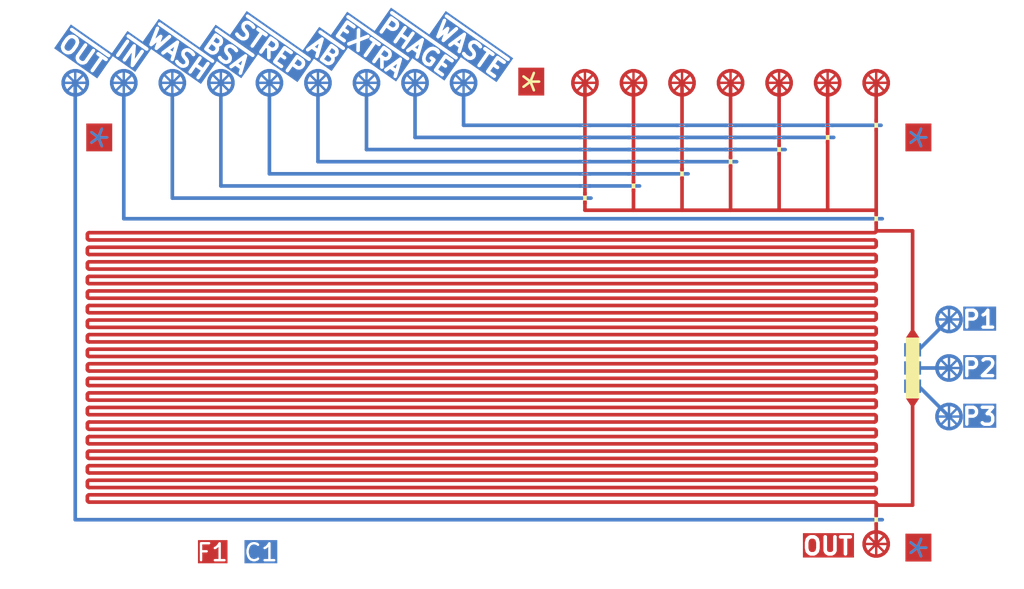
<source format=kicad_pcb>
(kicad_pcb (version 20240108) (generator "pcbnew") (generator_version "8.0")
  (layers (0 "F.Cu" signal "Flow.Neg") (1 "In1.Cu" signal "Flow.Unused") (2 "In2.Cu" signal "Ctrl.Pos") (31 "B.Cu" signal "Ctrl.Neg") (36 "B.SilkS" user "B.Silkscreen") (37 "F.SilkS" user "Flow.Pos") (38 "B.Mask" user) (39 "F.Mask" user) (44 "Edge.Cuts" user))
  (net 0 "")
  (footprint "Custom:Microfluidics_ControlBypass_150um" (layer "F.Cu") (at 24.175 5.15)
    (property "Reference" "REF**" (hide yes))
    (property "Value" "Microfluidics_ControlBypass_150um" (hide yes))
    (pad "" smd rect (at 0 -0.05) (size 0.2 0.05) (layers "B.Cu"))
    (pad "" smd rect (at 0 0.05) (size 0.2 0.05) (layers "B.Cu"))
    (pad "1" smd rect (at -0.175 0) (size 0.15 0.15) (layers "B.Cu"))
    (pad "2" smd rect (at 0.175 0) (size 0.15 0.15) (layers "B.Cu"))
  )
  (footprint "" (layer "F.Cu") (at 3.175 3.4)
    (property "Reference" "" (at 0 0 0) (layer "F.SilkS") (effects (font (size 1.27 1.27))))
    (property "Value" "")
    (pad "1" smd custom (at 0 0 180) (size 0.1 0.1) (layers "B.Cu") (thermal_bridge_width 0.2) (options (clearance outline) (anchor circle)) (primitives (gr_line (start 0.3 -0.3) (end -0.3 0.3) (width 0.1)) (gr_line (start 0.3 0.3) (end -0.3 -0.3) (width 0.1)) (gr_line (start 0 -0.5) (end 0 0.5) (width 0.1)) (gr_line (start 0.5 0) (end -0.5 0) (width 0.1)) (gr_circle (center 0 0) (end 0.5 0) (width 0.15) (fill no))))
  )
  (footprint "custom-footprints:MicrofluidicsPort_1mm" (layer "F.Cu") (at 26.175 3.4)
    (property "Reference" "H13" (hide yes))
    (property "Value" "IN2" (hide yes))
    (pad "1" smd custom (at 0 0) (size 0.1 0.1) (layers "F.Cu") (thermal_bridge_width 0.2) (options (clearance outline) (anchor circle)) (primitives (gr_line (start -0.3 -0.3) (end 0.3 0.3) (width 0.1)) (gr_line (start -0.3 0.3) (end 0.3 -0.3) (width 0.1)) (gr_line (start 0 -0.5) (end 0 0.5) (width 0.1)) (gr_line (start -0.5 0) (end 0.5 0) (width 0.1)) (gr_circle (center 0 0) (end 0.5 0) (width 0.15) (fill no))))
  )
  (footprint "Custom:Microfluidics_ControlBypass_150um" (layer "F.Cu") (at 24.175 7.65)
    (property "Reference" "REF**" (hide yes))
    (property "Value" "")
    (pad "" smd rect (at 0 -0.05) (size 0.2 0.05) (layers "B.Cu"))
    (pad "" smd rect (at 0 0.05) (size 0.2 0.05) (layers "B.Cu"))
    (pad "1" smd rect (at -0.175 0) (size 0.15 0.15) (layers "B.Cu"))
    (pad "2" smd rect (at 0.175 0) (size 0.15 0.15) (layers "B.Cu"))
  )
  (footprint "Custom:Microfluidic_Pump_550um_150um" (layer "F.Cu") (at 37.675 15.15)
    (property "Reference" "REF**" (hide yes))
    (property "Value" "Microfluidic_Pump_550um_150um" (hide yes))
    (pad "" smd rect (at 0 0) (size 0.55 2.5) (layers "F.SilkS"))
    (pad "1" smd rect (at 0 -0.75) (size 0.7 0.55) (layers "B.Cu"))
    (pad "2" smd rect (at 0 0) (size 0.7 0.55) (layers "B.Cu"))
    (pad "3" smd rect (at 0 0.75) (size 0.7 0.55) (layers "B.Cu"))
    (pad "4" smd trapezoid (at 0 -1.4) (size 0.35 0.3) (rect_delta 0 0.2) (layers "F.Cu"))
    (pad "5" smd trapezoid (at 0 1.4 180) (size 0.35 0.3) (rect_delta 0 0.2) (layers "F.Cu"))
  )
  (footprint "Custom:Microfluidics_FlowValve_150um" (layer "F.Cu") (at 28.175 7.15)
    (property "Reference" "REF**" (hide yes))
    (property "Value" "Microfluidics_FlowValve_150um" (hide yes))
    (pad "" smd rect (at 0 0) (size 0.15 0.2) (layers "F.SilkS"))
    (pad "1" smd rect (at 0 -0.175) (size 0.15 0.15) (layers "F.Cu" "F.Paste" "F.Mask"))
    (pad "2" smd rect (at 0 0.175) (size 0.15 0.15) (layers "F.Cu" "F.Paste" "F.Mask"))
  )
  (footprint "Custom:Microfluidics_FlowValve_150um" (layer "F.Cu") (at 36.175 21.4)
    (property "Reference" "REF**" (hide yes))
    (property "Value" "Microfluidics_FlowValve_150um" (hide yes))
    (pad "" smd rect (at 0 0) (size 0.15 0.2) (layers "F.SilkS"))
    (pad "1" smd rect (at 0 -0.175) (size 0.15 0.15) (layers "F.Cu" "F.Paste" "F.Mask"))
    (pad "2" smd rect (at 0 0.175) (size 0.15 0.15) (layers "F.Cu" "F.Paste" "F.Mask"))
  )
  (footprint "Custom:Microfluidics_ControlBypass_150um" (layer "F.Cu") (at 30.175 5.65)
    (property "Reference" "REF**" (hide yes))
    (property "Value" "")
    (pad "" smd rect (at 0 -0.05) (size 0.2 0.05) (layers "B.Cu"))
    (pad "" smd rect (at 0 0.05) (size 0.2 0.05) (layers "B.Cu"))
    (pad "1" smd rect (at -0.175 0) (size 0.15 0.15) (layers "B.Cu"))
    (pad "2" smd rect (at 0.175 0) (size 0.15 0.15) (layers "B.Cu"))
  )
  (footprint "Custom:Microfluidics_ControlBypass_150um" (layer "F.Cu") (at 24.175 6.65)
    (property "Reference" "REF**" (hide yes))
    (property "Value" "")
    (pad "" smd rect (at 0 -0.05) (size 0.2 0.05) (layers "B.Cu"))
    (pad "" smd rect (at 0 0.05) (size 0.2 0.05) (layers "B.Cu"))
    (pad "1" smd rect (at -0.175 0) (size 0.15 0.15) (layers "B.Cu"))
    (pad "2" smd rect (at 0.175 0) (size 0.15 0.15) (layers "B.Cu"))
  )
  (footprint "Custom:Microfluidics_ControlBypass_150um" (layer "F.Cu") (at 28.175 6.15)
    (property "Reference" "REF**" (hide yes))
    (property "Value" "")
    (pad "" smd rect (at 0 -0.05) (size 0.2 0.05) (layers "B.Cu"))
    (pad "" smd rect (at 0 0.05) (size 0.2 0.05) (layers "B.Cu"))
    (pad "1" smd rect (at -0.175 0) (size 0.15 0.15) (layers "B.Cu"))
    (pad "2" smd rect (at 0.175 0) (size 0.15 0.15) (layers "B.Cu"))
  )
  (footprint "Custom:Microfluidics_ControlBypass_150um" (layer "F.Cu") (at 24.175 5.65)
    (property "Reference" "REF**" (hide yes))
    (property "Value" "")
    (pad "" smd rect (at 0 -0.05) (size 0.2 0.05) (layers "B.Cu"))
    (pad "" smd rect (at 0 0.05) (size 0.2 0.05) (layers "B.Cu"))
    (pad "1" smd rect (at -0.175 0) (size 0.15 0.15) (layers "B.Cu"))
    (pad "2" smd rect (at 0.175 0) (size 0.15 0.15) (layers "B.Cu"))
  )
  (footprint "Custom:Microfluidics_ControlBypass_150um" (layer "F.Cu") (at 24.175 6.15)
    (property "Reference" "REF**" (hide yes))
    (property "Value" "")
    (pad "" smd rect (at 0 -0.05) (size 0.2 0.05) (layers "B.Cu"))
    (pad "" smd rect (at 0 0.05) (size 0.2 0.05) (layers "B.Cu"))
    (pad "1" smd rect (at -0.175 0) (size 0.15 0.15) (layers "B.Cu"))
    (pad "2" smd rect (at 0.175 0) (size 0.15 0.15) (layers "B.Cu"))
  )
  (footprint "Custom:Microfluidics_ControlBypass_150um" (layer "F.Cu") (at 32.175 5.15)
    (property "Reference" "REF**" (hide yes))
    (property "Value" "Microfluidics_ControlBypass_150um" (hide yes))
    (pad "" smd rect (at 0 -0.05) (size 0.2 0.05) (layers "B.Cu"))
    (pad "" smd rect (at 0 0.05) (size 0.2 0.05) (layers "B.Cu"))
    (pad "1" smd rect (at -0.175 0) (size 0.15 0.15) (layers "B.Cu"))
    (pad "2" smd rect (at 0.175 0) (size 0.15 0.15) (layers "B.Cu"))
  )
  (footprint "Custom:Microfluidics_ControlBypass_150um" (layer "F.Cu") (at 26.175 5.15)
    (property "Reference" "REF**" (hide yes))
    (property "Value" "Microfluidics_ControlBypass_150um" (hide yes))
    (pad "" smd rect (at 0 -0.05) (size 0.2 0.05) (layers "B.Cu"))
    (pad "" smd rect (at 0 0.05) (size 0.2 0.05) (layers "B.Cu"))
    (pad "1" smd rect (at -0.175 0) (size 0.15 0.15) (layers "B.Cu"))
    (pad "2" smd rect (at 0.175 0) (size 0.15 0.15) (layers "B.Cu"))
  )
  (footprint "Custom:Microfluidics_ControlBypass_150um" (layer "F.Cu") (at 32.175 5.65)
    (property "Reference" "REF**" (hide yes))
    (property "Value" "")
    (pad "" smd rect (at 0 -0.05) (size 0.2 0.05) (layers "B.Cu"))
    (pad "" smd rect (at 0 0.05) (size 0.2 0.05) (layers "B.Cu"))
    (pad "1" smd rect (at -0.175 0) (size 0.15 0.15) (layers "B.Cu"))
    (pad "2" smd rect (at 0.175 0) (size 0.15 0.15) (layers "B.Cu"))
  )
  (footprint "custom-footprints:MicrofluidicsPort_1mm" (layer "F.Cu") (at 36.175 3.4)
    (property "Reference" "H9" (hide yes))
    (property "Value" "WASTE" (hide yes))
    (pad "1" smd custom (at 0 0) (size 0.1 0.1) (layers "F.Cu") (thermal_bridge_width 0.2) (options (clearance outline) (anchor circle)) (primitives (gr_line (start -0.3 -0.3) (end 0.3 0.3) (width 0.1)) (gr_line (start -0.3 0.3) (end 0.3 -0.3) (width 0.1)) (gr_line (start 0 -0.5) (end 0 0.5) (width 0.1)) (gr_line (start -0.5 0) (end 0.5 0) (width 0.1)) (gr_circle (center 0 0) (end 0.5 0) (width 0.15) (fill no))))
  )
  (footprint "Custom:Microfluidics_ControlBypass_150um" (layer "F.Cu") (at 26.175 6.65)
    (property "Reference" "REF**" (hide yes))
    (property "Value" "")
    (pad "" smd rect (at 0 -0.05) (size 0.2 0.05) (layers "B.Cu"))
    (pad "" smd rect (at 0 0.05) (size 0.2 0.05) (layers "B.Cu"))
    (pad "1" smd rect (at -0.175 0) (size 0.15 0.15) (layers "B.Cu"))
    (pad "2" smd rect (at 0.175 0) (size 0.15 0.15) (layers "B.Cu"))
  )
  (footprint "custom-footprints:MicrofluidicsPort_1mm" (layer "F.Cu") (at 36.175 22.4 180)
    (property "Reference" "H15" (hide yes))
    (property "Value" "OUT" (hide yes))
    (pad "1" smd custom (at 0 0 180) (size 0.1 0.1) (layers "F.Cu") (thermal_bridge_width 0.2) (options (clearance outline) (anchor circle)) (primitives (gr_line (start -0.3 -0.3) (end 0.3 0.3) (width 0.1)) (gr_line (start -0.3 0.3) (end 0.3 -0.3) (width 0.1)) (gr_line (start 0 -0.5) (end 0 0.5) (width 0.1)) (gr_line (start -0.5 0) (end 0.5 0) (width 0.1)) (gr_circle (center 0 0) (end 0.5 0) (width 0.15) (fill no))))
  )
  (footprint "custom-footprints:MicrofluidicsPort_1mm" (layer "F.Cu") (at 30.175 3.4)
    (property "Reference" "H12" (hide yes))
    (property "Value" "AB" (hide yes))
    (pad "1" smd custom (at 0 0) (size 0.1 0.1) (layers "F.Cu") (thermal_bridge_width 0.2) (options (clearance outline) (anchor circle)) (primitives (gr_line (start -0.3 -0.3) (end 0.3 0.3) (width 0.1)) (gr_line (start -0.3 0.3) (end 0.3 -0.3) (width 0.1)) (gr_line (start 0 -0.5) (end 0 0.5) (width 0.1)) (gr_line (start -0.5 0) (end 0.5 0) (width 0.1)) (gr_circle (center 0 0) (end 0.5 0) (width 0.15) (fill no))))
  )
  (footprint "Custom:Microfluidics_ControlBypass_150um" (layer "F.Cu") (at 28.175 5.65)
    (property "Reference" "REF**" (hide yes))
    (property "Value" "")
    (pad "" smd rect (at 0 -0.05) (size 0.2 0.05) (layers "B.Cu"))
    (pad "" smd rect (at 0 0.05) (size 0.2 0.05) (layers "B.Cu"))
    (pad "1" smd rect (at -0.175 0) (size 0.15 0.15) (layers "B.Cu"))
    (pad "2" smd rect (at 0.175 0) (size 0.15 0.15) (layers "B.Cu"))
  )
  (footprint "Custom:Microfluidics_FlowValve_150um" (layer "F.Cu") (at 24.175 8.15)
    (property "Reference" "REF**" (hide yes))
    (property "Value" "Microfluidics_FlowValve_150um" (hide yes))
    (pad "" smd rect (at 0 0) (size 0.15 0.2) (layers "F.SilkS"))
    (pad "1" smd rect (at 0 -0.175) (size 0.15 0.15) (layers "F.Cu" "F.Paste" "F.Mask"))
    (pad "2" smd rect (at 0 0.175) (size 0.15 0.15) (layers "F.Cu" "F.Paste" "F.Mask"))
  )
  (footprint "Custom:Microfluidics_FlowValve_150um" (layer "F.Cu") (at 34.175 5.65)
    (property "Reference" "REF**" (hide yes))
    (property "Value" "Microfluidics_FlowValve_150um" (hide yes))
    (pad "" smd rect (at 0 0) (size 0.15 0.2) (layers "F.SilkS"))
    (pad "1" smd rect (at 0 -0.175) (size 0.15 0.15) (layers "F.Cu" "F.Paste" "F.Mask"))
    (pad "2" smd rect (at 0 0.175) (size 0.15 0.15) (layers "F.Cu" "F.Paste" "F.Mask"))
  )
  (footprint "Custom:Microfluidics_ControlBypass_150um" (layer "F.Cu") (at 26.175 7.15)
    (property "Reference" "REF**" (hide yes))
    (property "Value" "")
    (pad "" smd rect (at 0 -0.05) (size 0.2 0.05) (layers "B.Cu"))
    (pad "" smd rect (at 0 0.05) (size 0.2 0.05) (layers "B.Cu"))
    (pad "1" smd rect (at -0.175 0) (size 0.15 0.15) (layers "B.Cu"))
    (pad "2" smd rect (at 0.175 0) (size 0.15 0.15) (layers "B.Cu"))
  )
  (footprint "Custom:Microfluidics_FlowValve_150um" (layer "F.Cu") (at 36.175 5.15)
    (property "Reference" "REF**" (hide yes))
    (property "Value" "Microfluidics_FlowValve_150um" (hide yes))
    (pad "" smd rect (at 0 0) (size 0.15 0.2) (layers "F.SilkS"))
    (pad "1" smd rect (at 0 -0.175) (size 0.15 0.15) (layers "F.Cu" "F.Paste" "F.Mask"))
    (pad "2" smd rect (at 0 0.175) (size 0.15 0.15) (layers "F.Cu" "F.Paste" "F.Mask"))
  )
  (footprint "Custom:Microfluidics_ControlBypass_150um" (layer "F.Cu") (at 30.175 5.15)
    (property "Reference" "REF**" (hide yes))
    (property "Value" "Microfluidics_ControlBypass_150um" (hide yes))
    (pad "" smd rect (at 0 -0.05) (size 0.2 0.05) (layers "B.Cu"))
    (pad "" smd rect (at 0 0.05) (size 0.2 0.05) (layers "B.Cu"))
    (pad "1" smd rect (at -0.175 0) (size 0.15 0.15) (layers "B.Cu"))
    (pad "2" smd rect (at 0.175 0) (size 0.15 0.15) (layers "B.Cu"))
  )
  (footprint "custom-footprints:MicrofluidicsPort_1mm" (layer "F.Cu") (at 24.175 3.4)
    (property "Reference" "H16" (hide yes))
    (property "Value" "WASH" (hide yes))
    (pad "1" smd custom (at 0 0) (size 0.1 0.1) (layers "F.Cu") (thermal_bridge_width 0.2) (options (clearance outline) (anchor circle)) (primitives (gr_line (start -0.3 -0.3) (end 0.3 0.3) (width 0.1)) (gr_line (start -0.3 0.3) (end 0.3 -0.3) (width 0.1)) (gr_line (start 0 -0.5) (end 0 0.5) (width 0.1)) (gr_line (start -0.5 0) (end 0.5 0) (width 0.1)) (gr_circle (center 0 0) (end 0.5 0) (width 0.15) (fill no))))
  )
  (footprint "Custom:Microfluidics_ControlBypass_150um" (layer "F.Cu") (at 30.175 6.15)
    (property "Reference" "REF**" (hide yes))
    (property "Value" "")
    (pad "" smd rect (at 0 -0.05) (size 0.2 0.05) (layers "B.Cu"))
    (pad "" smd rect (at 0 0.05) (size 0.2 0.05) (layers "B.Cu"))
    (pad "1" smd rect (at -0.175 0) (size 0.15 0.15) (layers "B.Cu"))
    (pad "2" smd rect (at 0.175 0) (size 0.15 0.15) (layers "B.Cu"))
  )
  (footprint "Custom:Microfluidics_FlowValve_150um" (layer "F.Cu") (at 36.175 9)
    (property "Reference" "REF**" (hide yes))
    (property "Value" "Microfluidics_FlowValve_150um" (hide yes))
    (pad "" smd rect (at 0 0) (size 0.15 0.2) (layers "F.SilkS"))
    (pad "1" smd rect (at 0 -0.175) (size 0.15 0.15) (layers "F.Cu" "F.Paste" "F.Mask"))
    (pad "2" smd rect (at 0 0.175) (size 0.15 0.15) (layers "F.Cu" "F.Paste" "F.Mask"))
  )
  (footprint "Custom:Microfluidics_FlowValve_150um" (layer "F.Cu") (at 32.175 6.15)
    (property "Reference" "REF**" (hide yes))
    (property "Value" "Microfluidics_FlowValve_150um" (hide yes))
    (pad "" smd rect (at 0 0) (size 0.15 0.2) (layers "F.SilkS"))
    (pad "1" smd rect (at 0 -0.175) (size 0.15 0.15) (layers "F.Cu" "F.Paste" "F.Mask"))
    (pad "2" smd rect (at 0 0.175) (size 0.15 0.15) (layers "F.Cu" "F.Paste" "F.Mask"))
  )
  (footprint "Custom:Microfluidics_ControlBypass_150um" (layer "F.Cu") (at 28.175 6.65)
    (property "Reference" "REF**" (hide yes))
    (property "Value" "")
    (pad "" smd rect (at 0 -0.05) (size 0.2 0.05) (layers "B.Cu"))
    (pad "" smd rect (at 0 0.05) (size 0.2 0.05) (layers "B.Cu"))
    (pad "1" smd rect (at -0.175 0) (size 0.15 0.15) (layers "B.Cu"))
    (pad "2" smd rect (at 0.175 0) (size 0.15 0.15) (layers "B.Cu"))
  )
  (footprint "Custom:Microfluidics_ControlBypass_150um" (layer "F.Cu") (at 34.175 5.15)
    (property "Reference" "REF**" (hide yes))
    (property "Value" "Microfluidics_ControlBypass_150um" (hide yes))
    (pad "" smd rect (at 0 -0.05) (size 0.2 0.05) (layers "B.Cu"))
    (pad "" smd rect (at 0 0.05) (size 0.2 0.05) (layers "B.Cu"))
    (pad "1" smd rect (at -0.175 0) (size 0.15 0.15) (layers "B.Cu"))
    (pad "2" smd rect (at 0.175 0) (size 0.15 0.15) (layers "B.Cu"))
  )
  (footprint "custom-footprints:MicrofluidicsPort_1mm" (layer "F.Cu") (at 34.175 3.4)
    (property "Reference" "H10" (hide yes))
    (property "Value" "BSA" (hide yes))
    (pad "1" smd custom (at 0 0) (size 0.1 0.1) (layers "F.Cu") (thermal_bridge_width 0.2) (options (clearance outline) (anchor circle)) (primitives (gr_line (start -0.3 -0.3) (end 0.3 0.3) (width 0.1)) (gr_line (start -0.3 0.3) (end 0.3 -0.3) (width 0.1)) (gr_line (start 0 -0.5) (end 0 0.5) (width 0.1)) (gr_line (start -0.5 0) (end 0.5 0) (width 0.1)) (gr_circle (center 0 0) (end 0.5 0) (width 0.15) (fill no))))
  )
  (footprint "Custom:Microfluidics_ControlBypass_150um" (layer "F.Cu") (at 26.175 6.15)
    (property "Reference" "REF**" (hide yes))
    (property "Value" "")
    (pad "" smd rect (at 0 -0.05) (size 0.2 0.05) (layers "B.Cu"))
    (pad "" smd rect (at 0 0.05) (size 0.2 0.05) (layers "B.Cu"))
    (pad "1" smd rect (at -0.175 0) (size 0.15 0.15) (layers "B.Cu"))
    (pad "2" smd rect (at 0.175 0) (size 0.15 0.15) (layers "B.Cu"))
  )
  (footprint "custom-footprints:MicrofluidicsPort_1mm" (layer "F.Cu") (at 28.175 3.4)
    (property "Reference" "H14" (hide yes))
    (property "Value" "IN1" (hide yes))
    (pad "1" smd custom (at 0 0) (size 0.1 0.1) (layers "F.Cu") (thermal_bridge_width 0.2) (options (clearance outline) (anchor circle)) (primitives (gr_line (start -0.3 -0.3) (end 0.3 0.3) (width 0.1)) (gr_line (start -0.3 0.3) (end 0.3 -0.3) (width 0.1)) (gr_line (start 0 -0.5) (end 0 0.5) (width 0.1)) (gr_line (start -0.5 0) (end 0.5 0) (width 0.1)) (gr_circle (center 0 0) (end 0.5 0) (width 0.15) (fill no))))
  )
  (footprint "Custom:Microfluidics_FlowValve_150um" (layer "F.Cu") (at 26.175 7.65)
    (property "Reference" "REF**" (hide yes))
    (property "Value" "Microfluidics_FlowValve_150um" (hide yes))
    (pad "" smd rect (at 0 0) (size 0.15 0.2) (layers "F.SilkS"))
    (pad "1" smd rect (at 0 -0.175) (size 0.15 0.15) (layers "F.Cu" "F.Paste" "F.Mask"))
    (pad "2" smd rect (at 0 0.175) (size 0.15 0.15) (layers "F.Cu" "F.Paste" "F.Mask"))
  )
  (footprint "Custom:Microfluidics_FlowValve_150um" (layer "F.Cu") (at 30.175 6.65)
    (property "Reference" "REF**" (hide yes))
    (property "Value" "Microfluidics_FlowValve_150um" (hide yes))
    (pad "" smd rect (at 0 0) (size 0.15 0.2) (layers "F.SilkS"))
    (pad "1" smd rect (at 0 -0.175) (size 0.15 0.15) (layers "F.Cu" "F.Paste" "F.Mask"))
    (pad "2" smd rect (at 0 0.175) (size 0.15 0.15) (layers "F.Cu" "F.Paste" "F.Mask"))
  )
  (footprint "Custom:Microfluidics_ControlBypass_150um" (layer "F.Cu") (at 24.175 7.15)
    (property "Reference" "REF**" (hide yes))
    (property "Value" "")
    (pad "" smd rect (at 0 -0.05) (size 0.2 0.05) (layers "B.Cu"))
    (pad "" smd rect (at 0 0.05) (size 0.2 0.05) (layers "B.Cu"))
    (pad "1" smd rect (at -0.175 0) (size 0.15 0.15) (layers "B.Cu"))
    (pad "2" smd rect (at 0.175 0) (size 0.15 0.15) (layers "B.Cu"))
  )
  (footprint "Custom:Microfluidics_ControlBypass_150um" (layer "F.Cu") (at 26.175 5.65)
    (property "Reference" "REF**" (hide yes))
    (property "Value" "")
    (pad "" smd rect (at 0 -0.05) (size 0.2 0.05) (layers "B.Cu"))
    (pad "" smd rect (at 0 0.05) (size 0.2 0.05) (layers "B.Cu"))
    (pad "1" smd rect (at -0.175 0) (size 0.15 0.15) (layers "B.Cu"))
    (pad "2" smd rect (at 0.175 0) (size 0.15 0.15) (layers "B.Cu"))
  )
  (footprint "Custom:Microfluidics_ControlBypass_150um" (layer "F.Cu") (at 28.175 5.15)
    (property "Reference" "REF**" (hide yes))
    (property "Value" "Microfluidics_ControlBypass_150um" (hide yes))
    (pad "" smd rect (at 0 -0.05) (size 0.2 0.05) (layers "B.Cu"))
    (pad "" smd rect (at 0 0.05) (size 0.2 0.05) (layers "B.Cu"))
    (pad "1" smd rect (at -0.175 0) (size 0.15 0.15) (layers "B.Cu"))
    (pad "2" smd rect (at 0.175 0) (size 0.15 0.15) (layers "B.Cu"))
  )
  (footprint "custom-footprints:MicrofluidicsPort_1mm" (layer "F.Cu") (at 32.175 3.4)
    (property "Reference" "H11" (hide yes))
    (property "Value" "STREP" (hide yes))
    (pad "1" smd custom (at 0 0) (size 0.1 0.1) (layers "F.Cu") (thermal_bridge_width 0.2) (options (clearance outline) (anchor circle)) (primitives (gr_line (start -0.3 -0.3) (end 0.3 0.3) (width 0.1)) (gr_line (start -0.3 0.3) (end 0.3 -0.3) (width 0.1)) (gr_line (start 0 -0.5) (end 0 0.5) (width 0.1)) (gr_line (start -0.5 0) (end 0.5 0) (width 0.1)) (gr_circle (center 0 0) (end 0.5 0) (width 0.15) (fill no))))
  )
  (footprint "custom-footprints:MicrofluidicsPort_1mm" (layer "B.Cu") (at 7.175 3.4 180)
    (property "Reference" "H2" (hide yes))
    (property "Value" "~{WASH}" (hide yes))
    (pad "1" smd custom (at 0 0 180) (size 0.1 0.1) (layers "B.Cu") (thermal_bridge_width 0.2) (options (clearance outline) (anchor circle)) (primitives (gr_line (start 0.3 -0.3) (end -0.3 0.3) (width 0.1)) (gr_line (start 0.3 0.3) (end -0.3 -0.3) (width 0.1)) (gr_line (start 0 -0.5) (end 0 0.5) (width 0.1)) (gr_line (start 0.5 0) (end -0.5 0) (width 0.1)) (gr_circle (center 0 0) (end 0.5 0) (width 0.15) (fill no))))
  )
  (footprint "custom-footprints:MicrofluidicsPort_1mm" (layer "B.Cu") (at 15.175 3.4 180)
    (property "Reference" "H6" (hide yes))
    (property "Value" "~{STREP}" (hide yes))
    (pad "1" smd custom (at 0 0 180) (size 0.1 0.1) (layers "B.Cu") (thermal_bridge_width 0.2) (options (clearance outline) (anchor circle)) (primitives (gr_line (start 0.3 -0.3) (end -0.3 0.3) (width 0.1)) (gr_line (start 0.3 0.3) (end -0.3 -0.3) (width 0.1)) (gr_line (start 0 -0.5) (end 0 0.5) (width 0.1)) (gr_line (start 0.5 0) (end -0.5 0) (width 0.1)) (gr_circle (center 0 0) (end 0.5 0) (width 0.15) (fill no))))
  )
  (footprint "Custom:MicrofluidicsPort_1mm" (layer "B.Cu") (at 39.175 13.15 180)
    (property "Reference" "REF**" (hide yes))
    (property "Value" "P1" (at -1.25 0 0) (layer "B.Cu" knockout) (effects (font (size 0.7 0.7) (thickness 0.14) (bold yes))))
    (pad "1" smd custom (at 0 0 180) (size 0.1 0.1) (layers "B.Cu") (thermal_bridge_width 0.2) (options (clearance outline) (anchor circle)) (primitives (gr_line (start 0.3 -0.3) (end -0.3 0.3) (width 0.1)) (gr_line (start 0.3 0.3) (end -0.3 -0.3) (width 0.1)) (gr_line (start 0 -0.5) (end 0 0.5) (width 0.1)) (gr_line (start 0.5 0) (end -0.5 0) (width 0.1)) (gr_circle (center 0 0) (end 0.5 0) (width 0.15) (fill no))))
  )
  (footprint "custom-footprints:MicrofluidicsPort_1mm" (layer "B.Cu") (at 5.175 3.4 180)
    (property "Reference" "H3" (hide yes))
    (property "Value" "~{OUT}" (hide yes))
    (pad "1" smd custom (at 0 0 180) (size 0.1 0.1) (layers "B.Cu") (thermal_bridge_width 0.2) (options (clearance outline) (anchor circle)) (primitives (gr_line (start 0.3 -0.3) (end -0.3 0.3) (width 0.1)) (gr_line (start 0.3 0.3) (end -0.3 -0.3) (width 0.1)) (gr_line (start 0 -0.5) (end 0 0.5) (width 0.1)) (gr_line (start 0.5 0) (end -0.5 0) (width 0.1)) (gr_circle (center 0 0) (end 0.5 0) (width 0.15) (fill no))))
  )
  (footprint "Custom:MicrofluidicsPort_1mm" (layer "B.Cu") (at 39.175 17.15 180)
    (property "Reference" "REF**" (hide yes))
    (property "Value" "P3" (at -1.25 0 0) (layer "B.Cu" knockout) (effects (font (size 0.7 0.7) (thickness 0.14) (bold yes))))
    (pad "1" smd custom (at 0 0 180) (size 0.1 0.1) (layers "B.Cu") (thermal_bridge_width 0.2) (options (clearance outline) (anchor circle)) (primitives (gr_line (start 0.3 -0.3) (end -0.3 0.3) (width 0.1)) (gr_line (start 0.3 0.3) (end -0.3 -0.3) (width 0.1)) (gr_line (start 0 -0.5) (end 0 0.5) (width 0.1)) (gr_line (start 0.5 0) (end -0.5 0) (width 0.1)) (gr_circle (center 0 0) (end 0.5 0) (width 0.15) (fill no))))
  )
  (footprint "custom-footprints:MicrofluidicsPort_1mm" (layer "B.Cu") (at 11.175 3.4 180)
    (property "Reference" "H8" (hide yes))
    (property "Value" "~{PHAGE}" (hide yes))
    (pad "1" smd custom (at 0 0 180) (size 0.1 0.1) (layers "B.Cu") (thermal_bridge_width 0.2) (options (clearance outline) (anchor circle)) (primitives (gr_line (start 0.3 -0.3) (end -0.3 0.3) (width 0.1)) (gr_line (start 0.3 0.3) (end -0.3 -0.3) (width 0.1)) (gr_line (start 0 -0.5) (end 0 0.5) (width 0.1)) (gr_line (start 0.5 0) (end -0.5 0) (width 0.1)) (gr_circle (center 0 0) (end 0.5 0) (width 0.15) (fill no))))
  )
  (footprint "custom-footprints:MicrofluidicsPort_1mm" (layer "B.Cu") (at 13.175 3.4 180)
    (property "Reference" "H7" (hide yes))
    (property "Value" "~{AB}" (hide yes))
    (pad "1" smd custom (at 0 0 180) (size 0.1 0.1) (layers "B.Cu") (thermal_bridge_width 0.2) (options (clearance outline) (anchor circle)) (primitives (gr_line (start 0.3 -0.3) (end -0.3 0.3) (width 0.1)) (gr_line (start 0.3 0.3) (end -0.3 -0.3) (width 0.1)) (gr_line (start 0 -0.5) (end 0 0.5) (width 0.1)) (gr_line (start 0.5 0) (end -0.5 0) (width 0.1)) (gr_circle (center 0 0) (end 0.5 0) (width 0.15) (fill no))))
  )
  (footprint "custom-footprints:MicrofluidicsPort_1mm" (layer "B.Cu") (at 19.175 3.4 180)
    (property "Reference" "H4" (hide yes))
    (property "Value" "~{WASTE}" (hide yes))
    (pad "1" smd custom (at 0 0 180) (size 0.1 0.1) (layers "B.Cu") (thermal_bridge_width 0.2) (options (clearance outline) (anchor circle)) (primitives (gr_line (start 0.3 -0.3) (end -0.3 0.3) (width 0.1)) (gr_line (start 0.3 0.3) (end -0.3 -0.3) (width 0.1)) (gr_line (start 0 -0.5) (end 0 0.5) (width 0.1)) (gr_line (start 0.5 0) (end -0.5 0) (width 0.1)) (gr_circle (center 0 0) (end 0.5 0) (width 0.15) (fill no))))
  )
  (footprint "Custom:MicrofluidicsPort_1mm" (layer "B.Cu") (at 39.175 15.15 180)
    (property "Reference" "REF**" (hide yes))
    (property "Value" "P2" (at -1.25 0 0) (layer "B.Cu" knockout) (effects (font (size 0.7 0.7) (thickness 0.14) (bold yes))))
    (pad "1" smd custom (at 0 0 180) (size 0.1 0.1) (layers "B.Cu") (thermal_bridge_width 0.2) (options (clearance outline) (anchor circle)) (primitives (gr_line (start 0.3 -0.3) (end -0.3 0.3) (width 0.1)) (gr_line (start 0.3 0.3) (end -0.3 -0.3) (width 0.1)) (gr_line (start 0 -0.5) (end 0 0.5) (width 0.1)) (gr_line (start 0.5 0) (end -0.5 0) (width 0.1)) (gr_circle (center 0 0) (end 0.5 0) (width 0.15) (fill no))))
  )
  (footprint "custom-footprints:MicrofluidicsPort_1mm" (layer "B.Cu") (at 17.175 3.4 90)
    (property "Reference" "H5" (hide yes))
    (property "Value" "~{BSA}" (hide yes))
    (pad "1" smd custom (at 0 0 90) (size 0.1 0.1) (layers "B.Cu") (thermal_bridge_width 0.2) (options (clearance outline) (anchor circle)) (primitives (gr_line (start 0.3 -0.3) (end -0.3 0.3) (width 0.1)) (gr_line (start 0.3 0.3) (end -0.3 -0.3) (width 0.1)) (gr_line (start 0 -0.5) (end 0 0.5) (width 0.1)) (gr_line (start 0.5 0) (end -0.5 0) (width 0.1)) (gr_circle (center 0 0) (end 0.5 0) (width 0.15) (fill no))))
  )
  (footprint "custom-footprints:MicrofluidicsPort_1mm" (layer "B.Cu") (at 9.175 3.4 180)
    (property "Reference" "H1" (hide yes))
    (property "Value" "~{IN1}" (hide yes))
    (pad "1" smd custom (at 0 0 180) (size 0.1 0.1) (layers "B.Cu") (thermal_bridge_width 0.2) (options (clearance outline) (anchor circle)) (primitives (gr_line (start 0.3 -0.3) (end -0.3 0.3) (width 0.1)) (gr_line (start 0.3 0.3) (end -0.3 -0.3) (width 0.1)) (gr_line (start 0 -0.5) (end 0 0.5) (width 0.1)) (gr_line (start 0.5 0) (end -0.5 0) (width 0.1)) (gr_circle (center 0 0) (end 0.5 0) (width 0.15) (fill no))))
  )
  (gr_text "F1" (at 8.825 22.75 0) (layer "F.Cu" knockout) (effects (font (size 0.7 0.7) (thickness 0.1))))
  (gr_text "*" (at 21.475 3.35 -90) (layer "F.Cu" knockout) (effects (font (size 1.5 1.5) (thickness 0.1))))
  (gr_text "*" (at 3.675 5.65 -90) (layer "F.Cu" knockout) (effects (font (size 1.5 1.5) (thickness 0.1))))
  (gr_text "*" (at 37.425 5.65 -90) (layer "F.Cu" knockout) (effects (font (size 1.5 1.5) (thickness 0.1))))
  (gr_text "*" (at 37.425 22.55 -90) (layer "F.Cu" knockout) (effects (font (size 1.5 1.5) (thickness 0.1))))
  (gr_text "OUT" (at 34.175 22.9 0) (layer "F.Cu" knockout) (effects (font (size 0.7 0.7) (thickness 0.15) (bold yes)) (justify bottom)))
  (gr_text "*" (at 3.675 5.65 -90) (layer "B.Cu") (effects (font (size 1.5 1.5) (thickness 0.1))))
  (gr_text "C1" (at 10.825 22.75 0) (layer "B.Cu" knockout) (effects (font (size 0.7 0.7) (thickness 0.1))))
  (gr_text "~{WASTE}" (at 19.175 2.35 325) (layer "B.Cu" knockout) (effects (font (size 0.7 0.7) (thickness 0.15) (bold yes)) (justify bottom)))
  (gr_text "~{EXTRA}" (at 15.075 2.35 325) (layer "B.Cu" knockout) (effects (font (size 0.7 0.7) (thickness 0.15) (bold yes)) (justify bottom)))
  (gr_text "~{STREP}" (at 10.975 2.35 325) (layer "B.Cu" knockout) (effects (font (size 0.7 0.7) (thickness 0.15) (bold yes)) (justify bottom)))
  (gr_text "~{AB}" (at 13.175 2.45 325) (layer "B.Cu" knockout) (effects (font (size 0.7 0.7) (thickness 0.15) (bold yes)) (justify bottom)))
  (gr_text "*" (at 37.425 22.55 -90) (layer "B.Cu") (effects (font (size 1.5 1.5) (thickness 0.1))))
  (gr_text "~{WASH}" (at 7.175 2.55 325) (layer "B.Cu" knockout) (effects (font (size 0.7 0.7) (thickness 0.15) (bold yes)) (justify bottom)))
  (gr_text "~{BSA}" (at 9.175 2.55 325) (layer "B.Cu" knockout) (effects (font (size 0.7 0.7) (thickness 0.15) (bold yes)) (justify bottom)))
  (gr_text "*" (at 37.425 5.65 -90) (layer "B.Cu") (effects (font (size 1.5 1.5) (thickness 0.1))))
  (gr_text "~{PHAGE}" (at 16.975 2.25 325) (layer "B.Cu" knockout) (effects (font (size 0.7 0.7) (thickness 0.15) (bold yes)) (justify bottom)))
  (gr_text "~{OUT}" (at 3.225 2.55 325) (layer "B.Cu" knockout) (effects (font (size 0.7 0.7) (thickness 0.15) (bold yes)) (justify bottom)))
  (gr_text "~{IN}" (at 5.175 2.55 325) (layer "B.Cu" knockout) (effects (font (size 0.7 0.7) (thickness 0.15) (bold yes)) (justify bottom)))
  (gr_text "*" (at 21.475 3.35 270) (layer "F.SilkS") (effects (font (size 1.5 1.5) (thickness 0.1))))
  (segment (start 36.175 20.75) (end 36.175 20.9) (width 0.15) (layer "F.Cu") (net 0))
  (segment (start 3.75 18.275) (end 36.1 18.275) (width 0.15) (layer "F.Cu") (net 0))
  (segment (start 3.675 16.85) (end 3.675 17) (width 0.15) (layer "F.Cu") (net 0))
  (segment (start 36.175 18.95) (end 36.175 19.1) (width 0.15) (layer "F.Cu") (net 0))
  (segment (start 3.75 14.075) (end 36.1 14.075) (width 0.15) (layer "F.Cu") (net 0))
  (segment (start 36.175 15.35) (end 36.175 15.5) (width 0.15) (layer "F.Cu") (net 0))
  (segment (start 32.175 5.975) (end 32.175 3.4) (width 0.15) (layer "F.Cu") (net 0))
  (segment (start 3.75 17.075) (end 36.1 17.075) (width 0.15) (layer "F.Cu") (net 0))
  (segment (start 36.175 5.325) (end 36.175 8.65) (width 0.15) (layer "F.Cu") (net 0))
  (segment (start 36.175 12.35) (end 36.175 12.5) (width 0.15) (layer "F.Cu") (net 0))
  (segment (start 26.175 7.825) (end 26.175 8.65) (width 0.15) (layer "F.Cu") (net 0))
  (segment (start 36.253078 20.8) (end 36.164039 20.710961) (width 0.15) (layer "F.Cu") (net 0))
  (segment (start 36.175 19.55) (end 36.175 19.7) (width 0.15) (layer "F.Cu") (net 0))
  (segment (start 36.1 11.975) (end 3.75 11.975) (width 0.15) (layer "F.Cu") (net 0))
  (segment (start 36.1 18.575) (end 3.75 18.575) (width 0.15) (layer "F.Cu") (net 0))
  (segment (start 36.175 14.75) (end 36.175 14.9) (width 0.15) (layer "F.Cu") (net 0))
  (segment (start 36.1 19.775) (end 3.75 19.775) (width 0.15) (layer "F.Cu") (net 0))
  (segment (start 34.175 5.825) (end 34.175 8.65) (width 0.15) (layer "F.Cu") (net 0))
  (segment (start 37.675 20.8) (end 36.253078 20.8) (width 0.15) (layer "F.Cu") (net 0))
  (segment (start 3.75 9.875) (end 36.1 9.875) (width 0.15) (layer "F.Cu") (net 0))
  (segment (start 36.175 8.825) (end 36.175 8.65) (width 0.15) (layer "F.Cu") (net 0))
  (segment (start 3.75 12.875) (end 36.1 12.875) (width 0.15) (layer "F.Cu") (net 0))
  (segment (start 36.175 9.5) (end 37.675 9.5) (width 0.15) (layer "F.Cu") (net 0))
  (segment (start 36.175 13.55) (end 36.175 13.7) (width 0.15) (layer "F.Cu") (net 0))
  (segment (start 28.175 7.325) (end 28.175 8.65) (width 0.15) (layer "F.Cu") (net 0))
  (segment (start 3.675 11.45) (end 3.675 11.6) (width 0.15) (layer "F.Cu") (net 0))
  (segment (start 28.175 8.65) (end 26.175 8.65) (width 0.15) (layer "F.Cu") (net 0))
  (segment (start 36.175 10.55) (end 36.175 10.7) (width 0.15) (layer "F.Cu") (net 0))
  (segment (start 3.675 18.65) (end 3.675 18.8) (width 0.15) (layer "F.Cu") (net 0))
  (segment (start 36.1 12.575) (end 3.75 12.575) (width 0.15) (layer "F.Cu") (net 0))
  (segment (start 36.1 14.975) (end 3.75 14.975) (width 0.15) (layer "F.Cu") (net 0))
  (segment (start 36.175 11.75) (end 36.175 11.9) (width 0.15) (layer "F.Cu") (net 0))
  (segment (start 26.175 8.65) (end 24.175 8.65) (width 0.15) (layer "F.Cu") (net 0))
  (segment (start 3.675 12.05) (end 3.675 12.2) (width 0.15) (layer "F.Cu") (net 0))
  (segment (start 36.175 17.15) (end 36.175 17.3) (width 0.15) (layer "F.Cu") (net 0))
  (segment (start 3.75 18.875) (end 36.1 18.875) (width 0.15) (layer "F.Cu") (net 0))
  (segment (start 36.1 20.375) (end 3.75 20.375) (width 0.15) (layer "F.Cu") (net 0))
  (segment (start 34.175 3.4) (end 34.175 5.475) (width 0.15) (layer "F.Cu") (net 0))
  (segment (start 32.175 8.65) (end 30.175 8.65) (width 0.15) (layer "F.Cu") (net 0))
  (segment (start 36.175 12.95) (end 36.175 13.1) (width 0.15) (layer "F.Cu") (net 0))
  (segment (start 3.675 19.85) (end 3.675 20) (width 0.15) (layer "F.Cu") (net 0))
  (segment (start 3.75 19.475) (end 36.1 19.475) (width 0.15) (layer "F.Cu") (net 0))
  (segment (start 36.175 8.65) (end 34.175 8.65) (width 0.15) (layer "F.Cu") (net 0))
  (segment (start 36.1 13.175) (end 3.75 13.175) (width 0.15) (layer "F.Cu") (net 0))
  (segment (start 36.175 18.35) (end 36.175 18.5) (width 0.15) (layer "F.Cu") (net 0))
  (segment (start 3.75 20.075) (end 36.1 20.075) (width 0.15) (layer "F.Cu") (net 0))
  (segment (start 36.175 14.15) (end 36.175 14.3) (width 0.15) (layer "F.Cu") (net 0))
  (segment (start 3.75 12.275) (end 36.1 12.275) (width 0.15) (layer "F.Cu") (net 0))
  (segment (start 3.75 11.675) (end 36.1 11.675) (width 0.15) (layer "F.Cu") (net 0))
  (segment (start 36.175 21.575) (end 36.175 22.4) (width 0.15) (layer "F.Cu") (net 0))
  (segment (start 3.75 11.075) (end 36.1 11.075) (width 0.15) (layer "F.Cu") (net 0))
  (segment (start 36.1 9.575) (end 3.75 9.575) (width 0.15) (layer "F.Cu") (net 0))
  (segment (start 3.675 17.45) (end 3.675 17.6) (width 0.15) (layer "F.Cu") (net 0))
  (segment (start 3.75 17.675) (end 36.1 17.675) (width 0.15) (layer "F.Cu") (net 0))
  (segment (start 36.175 9.175) (end 36.175 9.5) (width 0.15) (layer "F.Cu") (net 0))
  (segment (start 3.675 10.85) (end 3.675 11) (width 0.15) (layer "F.Cu") (net 0))
  (segment (start 36.175 16.55) (end 36.175 16.7) (width 0.15) (layer "F.Cu") (net 0))
  (segment (start 36.175 9.95) (end 36.175 10.1) (width 0.15) (layer "F.Cu") (net 0))
  (segment (start 3.675 13.85) (end 3.675 14) (width 0.15) (layer "F.Cu") (net 0))
  (segment (start 36.1 17.375) (end 3.75 17.375) (width 0.15) (layer "F.Cu") (net 0))
  (segment (start 30.175 6.475) (end 30.175 3.4) (width 0.15) (layer "F.Cu") (net 0))
  (segment (start 36.175 4.975) (end 36.175 3.4) (width 0.15) (layer "F.Cu") (net 0))
  (segment (start 3.75 13.475) (end 36.1 13.475) (width 0.15) (layer "F.Cu") (net 0))
  (segment (start 36.1 16.175) (end 3.75 16.175) (width 0.15) (layer "F.Cu") (net 0))
  (segment (start 32.175 6.325) (end 32.175 8.65) (width 0.15) (layer "F.Cu") (net 0))
  (segment (start 36.175 20.9) (end 36.175 21.225) (width 0.15) (layer "F.Cu") (net 0))
  (segment (start 3.675 13.25) (end 3.675 13.4) (width 0.15) (layer "F.Cu") (net 0))
  (segment (start 37.675 16.475) (end 37.675 20.8) (width 0.15) (layer "F.Cu") (net 0))
  (segment (start 3.675 20.45) (end 3.675 20.6) (width 0.15) (layer "F.Cu") (net 0))
  (segment (start 36.175 17.75) (end 36.175 17.9) (width 0.15) (layer "F.Cu") (net 0))
  (segment (start 34.175 8.65) (end 32.175 8.65) (width 0.15) (layer "F.Cu") (net 0))
  (segment (start 30.175 6.825) (end 30.175 8.65) (width 0.15) (layer "F.Cu") (net 0))
  (segment (start 3.675 15.05) (end 3.675 15.2) (width 0.15) (layer "F.Cu") (net 0))
  (segment (start 24.175 7.975) (end 24.175 3.4) (width 0.15) (layer "F.Cu") (net 0))
  (segment (start 3.75 20.675) (end 36.1 20.675) (width 0.15) (layer "F.Cu") (net 0))
  (segment (start 36.1 11.375) (end 3.75 11.375) (width 0.15) (layer "F.Cu") (net 0))
  (segment (start 36.175 11.15) (end 36.175 11.3) (width 0.15) (layer "F.Cu") (net 0))
  (segment (start 36.1 17.975) (end 3.75 17.975) (width 0.15) (layer "F.Cu") (net 0))
  (segment (start 37.675 9.5) (end 37.675 13.825) (width 0.15) (layer "F.Cu") (net 0))
  (segment (start 3.675 18.05) (end 3.675 18.2) (width 0.15) (layer "F.Cu") (net 0))
  (segment (start 36.1 10.775) (end 3.75 10.775) (width 0.15) (layer "F.Cu") (net 0))
  (segment (start 3.675 16.25) (end 3.675 16.4) (width 0.15) (layer "F.Cu") (net 0))
  (segment (start 3.75 16.475) (end 36.1 16.475) (width 0.15) (layer "F.Cu") (net 0))
  (segment (start 36.175 15.95) (end 36.175 16.1) (width 0.15) (layer "F.Cu") (net 0))
  (segment (start 3.675 9.65) (end 3.675 9.8) (width 0.15) (layer "F.Cu") (net 0))
  (segment (start 36.175 20.15) (end 36.175 20.3) (width 0.15) (layer "F.Cu") (net 0))
  (segment (start 3.675 15.65) (end 3.675 15.8) (width 0.15) (layer "F.Cu") (net 0))
  (segment (start 3.75 10.475) (end 36.1 10.475) (width 0.15) (layer "F.Cu") (net 0))
  (segment (start 36.1 15.575) (end 3.75 15.575) (width 0.15) (layer "F.Cu") (net 0))
  (segment (start 36.1 14.375) (end 3.75 14.375) (width 0.15) (layer "F.Cu") (net 0))
  (segment (start 3.675 19.25) (end 3.675 19.4) (width 0.15) (layer "F.Cu") (net 0))
  (segment (start 24.175 8.325) (end 24.175 8.65) (width 0.15) (layer "F.Cu") (net 0))
  (segment (start 36.1 13.775) (end 3.75 13.775) (width 0.15) (layer "F.Cu") (net 0))
  (segment (start 28.175 3.4) (end 28.175 6.975) (width 0.15) (layer "F.Cu") (net 0))
  (segment (start 36.1 19.175) (end 3.75 19.175) (width 0.15) (layer "F.Cu") (net 0))
  (segment (start 3.675 14.45) (end 3.675 14.6) (width 0.15) (layer "F.Cu") (net 0))
  (segment (start 3.75 15.275) (end 36.1 15.275) (width 0.15) (layer "F.Cu") (net 0))
  (segment (start 36.1 10.175) (end 3.75 10.175) (width 0.15) (layer "F.Cu") (net 0))
  (segment (start 3.75 15.875) (end 36.1 15.875) (width 0.15) (layer "F.Cu") (net 0))
  (segment (start 26.175 7.475) (end 26.175 3.4) (width 0.15) (layer "F.Cu") (net 0))
  (segment (start 36.1 16.775) (end 3.75 16.775) (width 0.15) (layer "F.Cu") (net 0))
  (segment (start 3.675 10.25) (end 3.675 10.4) (width 0.15) (layer "F.Cu") (net 0))
  (segment (start 3.675 12.65) (end 3.675 12.8) (width 0.15) (layer "F.Cu") (net 0))
  (segment (start 30.175 8.65) (end 28.175 8.65) (width 0.15) (layer "F.Cu") (net 0))
  (segment (start 3.75 14.675) (end 36.1 14.675) (width 0.15) (layer "F.Cu") (net 0))
  (arc (start 3.75 14.975) (mid 3.696967 14.996967) (end 3.675 15.05) (width 0.15) (layer "F.Cu") (net 0))
  (arc (start 3.75 19.775) (mid 3.696967 19.796967) (end 3.675 19.85) (width 0.15) (layer "F.Cu") (net 0))
  (arc (start 3.675 17.6) (mid 3.696967 17.653033) (end 3.75 17.675) (width 0.15) (layer "F.Cu") (net 0))
  (arc (start 36.175 15.5) (mid 36.153033 15.553033) (end 36.1 15.575) (width 0.15) (layer "F.Cu") (net 0))
  (arc (start 36.1 16.475) (mid 36.153033 16.496967) (end 36.175 16.55) (width 0.15) (layer "F.Cu") (net 0))
  (arc (start 3.75 13.175) (mid 3.696967 13.196967) (end 3.675 13.25) (width 0.15) (layer "F.Cu") (net 0))
  (arc (start 3.75 13.775) (mid 3.696967 13.796967) (end 3.675 13.85) (width 0.15) (layer "F.Cu") (net 0))
  (arc (start 3.75 11.975) (mid 3.696967 11.996967) (end 3.675 12.05) (width 0.15) (layer "F.Cu") (net 0))
  (arc (start 3.675 17) (mid 3.696967 17.053033) (end 3.75 17.075) (width 0.15) (layer "F.Cu") (net 0))
  (arc (start 36.175 19.7) (mid 36.153033 19.753033) (end 36.1 19.775) (width 0.15) (layer "F.Cu") (net 0))
  (arc (start 36.1 14.075) (mid 36.153033 14.096967) (end 36.175 14.15) (width 0.15) (layer "F.Cu") (net 0))
  (arc (start 36.1 10.475) (mid 36.153033 10.496967) (end 36.175 10.55) (width 0.15) (layer "F.Cu") (net 0))
  (arc (start 3.675 12.8) (mid 3.696967 12.853033) (end 3.75 12.875) (width 0.15) (layer "F.Cu") (net 0))
  (arc (start 3.75 18.575) (mid 3.696967 18.596967) (end 3.675 18.65) (width 0.15) (layer "F.Cu") (net 0))
  (arc (start 36.175 13.7) (mid 36.153033 13.753033) (end 36.1 13.775) (width 0.15) (layer "F.Cu") (net 0))
  (arc (start 36.175 20.3) (mid 36.153033 20.353033) (end 36.1 20.375) (width 0.15) (layer "F.Cu") (net 0))
  (arc (start 36.1 17.675) (mid 36.153033 17.696967) (end 36.175 17.75) (width 0.15) (layer "F.Cu") (net 0))
  (arc (start 3.675 14) (mid 3.696967 14.053033) (end 3.75 14.075) (width 0.15) (layer "F.Cu") (net 0))
  (arc (start 36.1 11.075) (mid 36.153033 11.096967) (end 36.175 11.15) (width 0.15) (layer "F.Cu") (net 0))
  (arc (start 36.175 18.5) (mid 36.153033 18.553033) (end 36.1 18.575) (width 0.15) (layer "F.Cu") (net 0))
  (arc (start 36.1 12.275) (mid 36.153033 12.296967) (end 36.175 12.35) (width 0.15) (layer "F.Cu") (net 0))
  (arc (start 3.75 17.975) (mid 3.696967 17.996967) (end 3.675 18.05) (width 0.15) (layer "F.Cu") (net 0))
  (arc (start 3.675 14.6) (mid 3.696967 14.653033) (end 3.75 14.675) (width 0.15) (layer "F.Cu") (net 0))
  (arc (start 36.1 18.875) (mid 36.153033 18.896967) (end 36.175 18.95) (width 0.15) (layer "F.Cu") (net 0))
  (arc (start 3.675 11) (mid 3.696967 11.053033) (end 3.75 11.075) (width 0.15) (layer "F.Cu") (net 0))
  (arc (start 36.1 20.075) (mid 36.153033 20.096967) (end 36.175 20.15) (width 0.15) (layer "F.Cu") (net 0))
  (arc (start 3.675 19.4) (mid 3.696967 19.453033) (end 3.75 19.475) (width 0.15) (layer "F.Cu") (net 0))
  (arc (start 3.675 13.4) (mid 3.696967 13.453033) (end 3.75 13.475) (width 0.15) (layer "F.Cu") (net 0))
  (arc (start 36.1 18.275) (mid 36.153033 18.296967) (end 36.175 18.35) (width 0.15) (layer "F.Cu") (net 0))
  (arc (start 36.175 16.1) (mid 36.153033 16.153033) (end 36.1 16.175) (width 0.15) (layer "F.Cu") (net 0))
  (arc (start 3.675 15.8) (mid 3.696967 15.853033) (end 3.75 15.875) (width 0.15) (layer "F.Cu") (net 0))
  (arc (start 36.1 9.875) (mid 36.153033 9.896967) (end 36.175 9.95) (width 0.15) (layer "F.Cu") (net 0))
  (arc (start 36.1 15.875) (mid 36.153033 15.896967) (end 36.175 15.95) (width 0.15) (layer "F.Cu") (net 0))
  (arc (start 36.175 16.7) (mid 36.153033 16.753033) (end 36.1 16.775) (width 0.15) (layer "F.Cu") (net 0))
  (arc (start 36.175 9.5) (mid 36.153033 9.553033) (end 36.1 9.575) (width 0.15) (layer "F.Cu") (net 0))
  (arc (start 3.75 12.575) (mid 3.696967 12.596967) (end 3.675 12.65) (width 0.15) (layer "F.Cu") (net 0))
  (arc (start 3.675 20) (mid 3.696967 20.053033) (end 3.75 20.075) (width 0.15) (layer "F.Cu") (net 0))
  (arc (start 36.175 19.1) (mid 36.153033 19.153033) (end 36.1 19.175) (width 0.15) (layer "F.Cu") (net 0))
  (arc (start 36.1 17.075) (mid 36.153033 17.096967) (end 36.175 17.15) (width 0.15) (layer "F.Cu") (net 0))
  (arc (start 36.175 13.1) (mid 36.153033 13.153033) (end 36.1 13.175) (width 0.15) (layer "F.Cu") (net 0))
  (arc (start 3.675 15.2) (mid 3.696967 15.253033) (end 3.75 15.275) (width 0.15) (layer "F.Cu") (net 0))
  (arc (start 3.675 10.4) (mid 3.696967 10.453033) (end 3.75 10.475) (width 0.15) (layer "F.Cu") (net 0))
  (arc (start 3.675 18.8) (mid 3.696967 18.853033) (end 3.75 18.875) (width 0.15) (layer "F.Cu") (net 0))
  (arc (start 3.75 16.775) (mid 3.696967 16.796967) (end 3.675 16.85) (width 0.15) (layer "F.Cu") (net 0))
  (arc (start 3.675 9.8) (mid 3.696967 9.853033) (end 3.75 9.875) (width 0.15) (layer "F.Cu") (net 0))
  (arc (start 3.675 20.6) (mid 3.696967 20.653033) (end 3.75 20.675) (width 0.15) (layer "F.Cu") (net 0))
  (arc (start 36.175 10.7) (mid 36.153033 10.753033) (end 36.1 10.775) (width 0.15) (layer "F.Cu") (net 0))
  (arc (start 36.175 11.3) (mid 36.153033 11.353033) (end 36.1 11.375) (width 0.15) (layer "F.Cu") (net 0))
  (arc (start 3.75 17.375) (mid 3.696967 17.396967) (end 3.675 17.45) (width 0.15) (layer "F.Cu") (net 0))
  (arc (start 3.75 10.775) (mid 3.696967 10.796967) (end 3.675 10.85) (width 0.15) (layer "F.Cu") (net 0))
  (arc (start 3.675 11.6) (mid 3.696967 11.653033) (end 3.75 11.675) (width 0.15) (layer "F.Cu") (net 0))
  (arc (start 3.75 20.375) (mid 3.696967 20.396967) (end 3.675 20.45) (width 0.15) (layer "F.Cu") (net 0))
  (arc (start 36.175 10.1) (mid 36.153033 10.153033) (end 36.1 10.175) (width 0.15) (layer "F.Cu") (net 0))
  (arc (start 36.1 15.275) (mid 36.153033 15.296967) (end 36.175 15.35) (width 0.15) (layer "F.Cu") (net 0))
  (arc (start 3.75 14.375) (mid 3.696967 14.396967) (end 3.675 14.45) (width 0.15) (layer "F.Cu") (net 0))
  (arc (start 36.1 19.475) (mid 36.153033 19.496967) (end 36.175 19.55) (width 0.15) (layer "F.Cu") (net 0))
  (arc (start 36.1 13.475) (mid 36.153033 13.496967) (end 36.175 13.55) (width 0.15) (layer "F.Cu") (net 0))
  (arc (start 36.175 14.9) (mid 36.153033 14.953033) (end 36.1 14.975) (width 0.15) (layer "F.Cu") (net 0))
  (arc (start 3.75 16.175) (mid 3.696967 16.196967) (end 3.675 16.25) (width 0.15) (layer "F.Cu") (net 0))
  (arc (start 3.675 16.4) (mid 3.696967 16.453033) (end 3.75 16.475) (width 0.15) (layer "F.Cu") (net 0))
  (arc (start 36.1 12.875) (mid 36.153033 12.896967) (end 36.175 12.95) (width 0.15) (layer "F.Cu") (net 0))
  (arc (start 3.675 12.2) (mid 3.696967 12.253033) (end 3.75 12.275) (width 0.15) (layer "F.Cu") (net 0))
  (arc (start 36.175 17.9) (mid 36.153033 17.953033) (end 36.1 17.975) (width 0.15) (layer "F.Cu") (net 0))
  (arc (start 36.1 11.675) (mid 36.153033 11.696967) (end 36.175 11.75) (width 0.15) (layer "F.Cu") (net 0))
  (arc (start 3.75 9.575) (mid 3.696967 9.596967) (end 3.675 9.65) (width 0.15) (layer "F.Cu") (net 0))
  (arc (start 3.75 11.375) (mid 3.696967 11.396967) (end 3.675 11.45) (width 0.15) (layer "F.Cu") (net 0))
  (arc (start 36.175 12.5) (mid 36.153033 12.553033) (end 36.1 12.575) (width 0.15) (layer "F.Cu") (net 0))
  (arc (start 3.75 10.175) (mid 3.696967 10.196967) (end 3.675 10.25) (width 0.15) (layer "F.Cu") (net 0))
  (arc (start 3.75 15.575) (mid 3.696967 15.596967) (end 3.675 15.65) (width 0.15) (layer "F.Cu") (net 0))
  (arc (start 3.675 18.2) (mid 3.696967 18.253033) (end 3.75 18.275) (width 0.15) (layer "F.Cu") (net 0))
  (arc (start 3.75 19.175) (mid 3.696967 19.196967) (end 3.675 19.25) (width 0.15) (layer "F.Cu") (net 0))
  (arc (start 36.1 20.675) (mid 36.153033 20.696967) (end 36.175 20.75) (width 0.15) (layer "F.Cu") (net 0))
  (arc (start 36.1 14.675) (mid 36.153033 14.696967) (end 36.175 14.75) (width 0.15) (layer "F.Cu") (net 0))
  (arc (start 36.175 14.3) (mid 36.153033 14.353033) (end 36.1 14.375) (width 0.15) (layer "F.Cu") (net 0))
  (arc (start 36.175 17.3) (mid 36.153033 17.353033) (end 36.1 17.375) (width 0.15) (layer "F.Cu") (net 0))
  (arc (start 36.175 11.9) (mid 36.153033 11.953033) (end 36.1 11.975) (width 0.15) (layer "F.Cu") (net 0))
  (segment (start 34.35 5.15) (end 36.375 5.15) (width 0.15) (layer "B.Cu") (net 0))
  (segment (start 34.425 5.65) (end 32.35 5.65) (width 0.15) (layer "B.Cu") (net 0))
  (segment (start 26 5.15) (end 24.35 5.15) (width 0.15) (layer "B.Cu") (net 0))
  (segment (start 26 6.65) (end 24.35 6.65) (width 0.15) (layer "B.Cu") (net 0))
  (segment (start 11.175 7.15) (end 11.175 3.9) (width 0.15) (layer "B.Cu") (net 0))
  (segment (start 24 7.15) (end 11.175 7.15) (width 0.15) (layer "B.Cu") (net 0))
  (segment (start 7.175 8.15) (end 24.425 8.15) (width 0.15) (layer "B.Cu") (net 0))
  (segment (start 32 5.15) (end 30.35 5.15) (width 0.15) (layer "B.Cu") (net 0))
  (segment (start 28.425 7.15) (end 26.35 7.15) (width 0.15) (layer "B.Cu") (net 0))
  (segment (start 37.925 15.9) (end 37.675 15.9) (width 0.15) (layer "B.Cu") (net 0))
  (segment (start 24 6.15) (end 15.175 6.15) (width 0.15) (layer "B.Cu") (net 0))
  (segment (start 30 5.65) (end 28.35 5.65) (width 0.15) (layer "B.Cu") (net 0))
  (segment (start 30.425 6.65) (end 28.35 6.65) (width 0.15) (layer "B.Cu") (net 0))
  (segment (start 26 7.15) (end 24.35 7.15) (width 0.15) (layer "B.Cu") (net 0))
  (segment (start 17.175 5.65) (end 17.175 3.9) (width 0.15) (layer "B.Cu") (net 0))
  (segment (start 37.925 14.4) (end 39.175 13.15) (width 0.15) (layer "B.Cu") (net 0))
  (segment (start 24 5.15) (end 19.175 5.15) (width 0.15) (layer "B.Cu") (net 0))
  (segment (start 34 5.15) (end 32.35 5.15) (width 0.15) (layer "B.Cu") (net 0))
  (segment (start 13.175 6.65) (end 13.175 3.9) (width 0.15) (layer "B.Cu") (net 0))
  (segment (start 13.175 6.65) (end 24 6.65) (width 0.15) (layer "B.Cu") (net 0))
  (segment (start 3.175 21.4) (end 36.425 21.4) (width 0.15) (layer "B.Cu") (net 0))
  (segment (start 7.175 8.15) (end 7.175 3.9) (width 0.15) (layer "B.Cu") (net 0))
  (segment (start 28 5.15) (end 26.35 5.15) (width 0.15) (layer "B.Cu") (net 0))
  (segment (start 9.175 7.65) (end 24 7.65) (width 0.15) (layer "B.Cu") (net 0))
  (segment (start 30 6.15) (end 28.35 6.15) (width 0.15) (layer "B.Cu") (net 0))
  (segment (start 30 5.15) (end 28.35 5.15) (width 0.15) (layer "B.Cu") (net 0))
  (segment (start 39.175 17.15) (end 37.925 15.9) (width 0.15) (layer "B.Cu") (net 0))
  (segment (start 32 5.65) (end 30.35 5.65) (width 0.15) (layer "B.Cu") (net 0))
  (segment (start 3.175 3.4) (end 3.175 21.4) (width 0.15) (layer "B.Cu") (net 0))
  (segment (start 28 6.65) (end 26.35 6.65) (width 0.15) (layer "B.Cu") (net 0))
  (segment (start 17.175 5.65) (end 24 5.65) (width 0.15) (layer "B.Cu") (net 0))
  (segment (start 26 6.15) (end 24.35 6.15) (width 0.15) (layer "B.Cu") (net 0))
  (segment (start 5.175 9) (end 5.175 3.9) (width 0.15) (layer "B.Cu") (net 0))
  (segment (start 37.675 14.4) (end 37.925 14.4) (width 0.15) (layer "B.Cu") (net 0))
  (segment (start 26 5.65) (end 24.35 5.65) (width 0.15) (layer "B.Cu") (net 0))
  (segment (start 32.425 6.15) (end 30.35 6.15) (width 0.15) (layer "B.Cu") (net 0))
  (segment (start 28 6.15) (end 26.35 6.15) (width 0.15) (layer "B.Cu") (net 0))
  (segment (start 15.175 6.15) (end 15.175 3.9) (width 0.15) (layer "B.Cu") (net 0))
  (segment (start 26.425 7.65) (end 24.35 7.65) (width 0.15) (layer "B.Cu") (net 0))
  (segment (start 39.175 15.15) (end 37.675 15.15) (width 0.15) (layer "B.Cu") (net 0))
  (segment (start 36.425 9) (end 5.175 9) (width 0.15) (layer "B.Cu") (net 0))
  (segment (start 28 5.65) (end 26.35 5.65) (width 0.15) (layer "B.Cu") (net 0))
  (segment (start 9.175 7.65) (end 9.175 3.9) (width 0.15) (layer "B.Cu") (net 0))
  (segment (start 19.175 5.15) (end 19.175 3.9) (width 0.15) (layer "B.Cu") (net 0))
)
</source>
